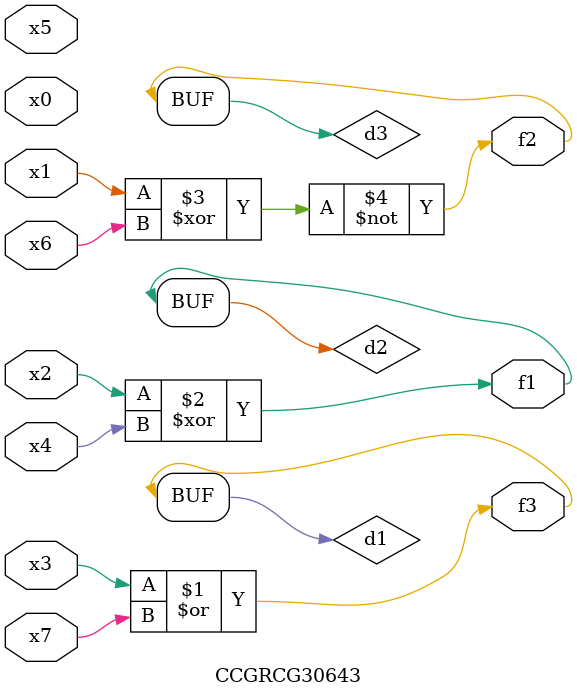
<source format=v>
module CCGRCG30643(
	input x0, x1, x2, x3, x4, x5, x6, x7,
	output f1, f2, f3
);

	wire d1, d2, d3;

	or (d1, x3, x7);
	xor (d2, x2, x4);
	xnor (d3, x1, x6);
	assign f1 = d2;
	assign f2 = d3;
	assign f3 = d1;
endmodule

</source>
